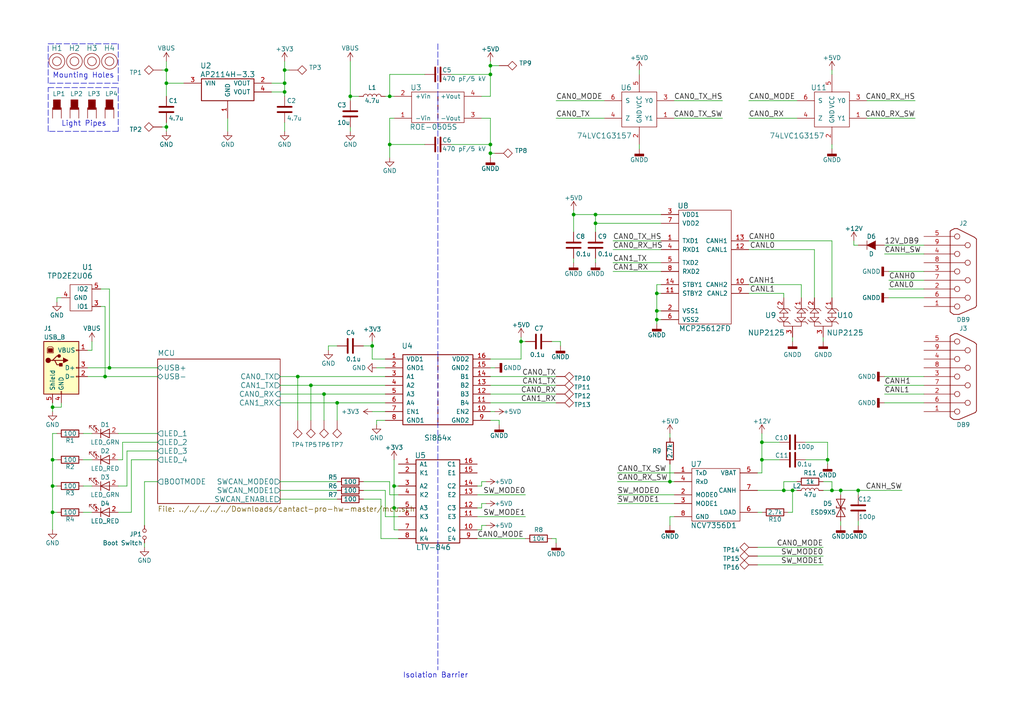
<source format=kicad_sch>
(kicad_sch (version 20231120) (generator "eeschema") (generator_version "8.0")
  (paper "A4")
  (title_block (title "CANtact FD") (rev "A") (company "Linklayer Labs") (comment 2 "CC BY-SA 4.0"))
  (junction (at 229.87 142.24))
  (junction (at 82.55 20.32))
  (junction (at 114.3 140.97))
  (junction (at 113.03 27.94))
  (junction (at 31.75 106.68))
  (junction (at 30.48 109.22))
  (junction (at 241.3 142.24))
  (junction (at 114.3 147.32))
  (junction (at 86.36 109.22))
  (junction (at 142.24 21.59))
  (junction (at 248.92 142.24))
  (junction (at 82.55 26.67))
  (junction (at 97.79 116.84))
  (junction (at 15.24 148.59))
  (junction (at 142.24 19.05))
  (junction (at 93.98 114.3))
  (junction (at 15.24 133.35))
  (junction (at 190.5 90.17))
  (junction (at 101.6 27.94))
  (junction (at 107.95 100.33))
  (junction (at 172.72 62.23))
  (junction (at 15.24 118.11))
  (junction (at 190.5 85.09))
  (junction (at 240.03 133.35))
  (junction (at 190.5 92.71))
  (junction (at 243.84 142.24))
  (junction (at 48.26 24.13))
  (junction (at 166.37 62.23))
  (junction (at 220.98 128.27))
  (junction (at 90.17 111.76))
  (junction (at 142.24 41.91))
  (junction (at 82.55 24.13))
  (junction (at 113.03 41.91))
  (junction (at 15.24 140.97))
  (junction (at 142.24 44.45))
  (junction (at 151.13 99.06))
  (junction (at 48.26 36.83))
  (junction (at 48.26 20.32))
  (junction (at 220.98 133.35))
  (junction (at 172.72 64.77))
  (junction (at 227.33 142.24))
  (junction (at 194.31 139.7))
  (wire (pts (xy 16.51 125.73) (xy 15.24 125.73)))
  (wire (pts (xy 151.13 97.79) (xy 151.13 99.06)))
  (wire (pts (xy 161.29 29.21) (xy 175.26 29.21)))
  (wire (pts (xy 220.98 125.73) (xy 220.98 128.27)))
  (wire (pts (xy 241.3 20.32) (xy 241.3 21.59)))
  (wire (pts (xy 95.25 101.6) (xy 95.25 100.33)))
  (wire (pts (xy 194.31 152.4) (xy 194.31 149.86)))
  (wire (pts (xy 220.98 133.35) (xy 220.98 137.16)))
  (wire (pts (xy 82.55 20.32) (xy 83.82 20.32)))
  (wire (pts (xy 142.24 121.92) (xy 144.78 121.92)))
  (wire (pts (xy 142.24 119.38) (xy 143.51 119.38)))
  (wire (pts (xy 109.22 123.19) (xy 109.22 121.92)))
  (wire (pts (xy 238.76 139.7) (xy 241.3 139.7)))
  (wire (pts (xy 233.68 128.27) (xy 240.03 128.27)))
  (wire (pts (xy 114.3 140.97) (xy 114.3 147.32)))
  (wire (pts (xy 220.98 137.16) (xy 219.71 137.16)))
  (wire (pts (xy 227.33 139.7) (xy 227.33 142.24)))
  (polyline (pts (xy 13.97 12.7) (xy 34.29 12.7)) (stroke (width 0) (type dash)))
  (wire (pts (xy 227.33 85.09) (xy 227.33 86.36)))
  (wire (pts (xy 172.72 76.2) (xy 172.72 74.93)))
  (wire (pts (xy 114.3 147.32) (xy 114.3 153.67)))
  (wire (pts (xy 26.67 125.73) (xy 24.13 125.73)))
  (wire (pts (xy 179.07 139.7) (xy 194.31 139.7)))
  (wire (pts (xy 15.24 148.59) (xy 15.24 153.67)))
  (wire (pts (xy 151.13 104.14) (xy 142.24 104.14)))
  (wire (pts (xy 142.24 34.29) (xy 142.24 41.91)))
  (wire (pts (xy 256.54 114.3) (xy 267.97 114.3)))
  (wire (pts (xy 109.22 106.68) (xy 111.76 106.68)))
  (wire (pts (xy 105.41 100.33) (xy 107.95 100.33)))
  (wire (pts (xy 105.41 139.7) (xy 113.03 139.7)))
  (wire (pts (xy 113.03 41.91) (xy 123.19 41.91)))
  (wire (pts (xy 248.92 143.51) (xy 248.92 142.24)))
  (wire (pts (xy 142.24 21.59) (xy 130.81 21.59)))
  (wire (pts (xy 46.99 36.83) (xy 48.26 36.83)))
  (wire (pts (xy 161.29 34.29) (xy 175.26 34.29)))
  (wire (pts (xy 17.78 118.11) (xy 17.78 116.84)))
  (wire (pts (xy 113.03 21.59) (xy 113.03 27.94)))
  (wire (pts (xy 81.28 142.24) (xy 97.79 142.24)))
  (wire (pts (xy 172.72 64.77) (xy 191.77 64.77)))
  (wire (pts (xy 194.31 134.62) (xy 194.31 139.7)))
  (wire (pts (xy 48.26 17.78) (xy 48.26 20.32)))
  (wire (pts (xy 48.26 36.83) (xy 48.26 38.1)))
  (polyline (pts (xy 13.97 38.1) (xy 13.97 25.4)) (stroke (width 0) (type dash)))
  (wire (pts (xy 138.43 140.97) (xy 139.7 140.97)))
  (wire (pts (xy 30.48 109.22) (xy 45.72 109.22)))
  (wire (pts (xy 29.21 83.82) (xy 31.75 83.82)))
  (wire (pts (xy 151.13 99.06) (xy 151.13 104.14)))
  (wire (pts (xy 194.31 149.86) (xy 195.58 149.86)))
  (wire (pts (xy 139.7 152.4) (xy 140.97 152.4)))
  (wire (pts (xy 107.95 119.38) (xy 111.76 119.38)))
  (wire (pts (xy 209.55 34.29) (xy 195.58 34.29)))
  (wire (pts (xy 114.3 34.29) (xy 113.03 34.29)))
  (wire (pts (xy 81.28 111.76) (xy 90.17 111.76)))
  (wire (pts (xy 48.26 20.32) (xy 48.26 24.13)))
  (wire (pts (xy 256.54 71.12) (xy 267.97 71.12)))
  (wire (pts (xy 15.24 116.84) (xy 15.24 118.11)))
  (wire (pts (xy 26.67 101.6) (xy 26.67 99.06)))
  (wire (pts (xy 30.48 88.9) (xy 30.48 109.22)))
  (wire (pts (xy 93.98 121.92) (xy 93.98 114.3)))
  (wire (pts (xy 16.51 140.97) (xy 15.24 140.97)))
  (wire (pts (xy 190.5 85.09) (xy 190.5 90.17)))
  (wire (pts (xy 190.5 82.55) (xy 190.5 85.09)))
  (wire (pts (xy 82.55 20.32) (xy 82.55 24.13)))
  (wire (pts (xy 113.03 34.29) (xy 113.03 41.91)))
  (wire (pts (xy 144.78 19.05) (xy 142.24 19.05)))
  (wire (pts (xy 81.28 139.7) (xy 97.79 139.7)))
  (wire (pts (xy 248.92 152.4) (xy 248.92 151.13)))
  (wire (pts (xy 105.41 142.24) (xy 111.76 142.24)))
  (wire (pts (xy 105.41 144.78) (xy 110.49 144.78)))
  (wire (pts (xy 247.65 69.85) (xy 247.65 71.12)))
  (wire (pts (xy 256.54 116.84) (xy 267.97 116.84)))
  (wire (pts (xy 142.24 27.94) (xy 139.7 27.94)))
  (wire (pts (xy 265.43 34.29) (xy 251.46 34.29)))
  (wire (pts (xy 101.6 17.78) (xy 101.6 27.94)))
  (wire (pts (xy 34.29 148.59) (xy 38.1 148.59)))
  (wire (pts (xy 231.14 139.7) (xy 227.33 139.7)))
  (polyline (pts (xy 13.97 25.4) (xy 34.29 25.4)) (stroke (width 0) (type dash)))
  (wire (pts (xy 161.29 116.84) (xy 142.24 116.84)))
  (wire (pts (xy 34.29 125.73) (xy 45.72 125.73)))
  (wire (pts (xy 41.91 152.4) (xy 41.91 139.7)))
  (wire (pts (xy 256.54 109.22) (xy 267.97 109.22)))
  (wire (pts (xy 101.6 27.94) (xy 101.6 29.21)))
  (wire (pts (xy 219.71 161.29) (xy 238.76 161.29)))
  (wire (pts (xy 166.37 62.23) (xy 172.72 62.23)))
  (wire (pts (xy 35.56 128.27) (xy 45.72 128.27)))
  (wire (pts (xy 97.79 121.92) (xy 97.79 116.84)))
  (wire (pts (xy 257.81 81.28) (xy 267.97 81.28)))
  (wire (pts (xy 15.24 118.11) (xy 15.24 119.38)))
  (wire (pts (xy 26.67 133.35) (xy 24.13 133.35)))
  (wire (pts (xy 152.4 99.06) (xy 151.13 99.06)))
  (wire (pts (xy 229.87 99.06) (xy 229.87 97.79)))
  (wire (pts (xy 144.78 121.92) (xy 144.78 123.19)))
  (wire (pts (xy 15.24 118.11) (xy 17.78 118.11)))
  (wire (pts (xy 93.98 114.3) (xy 111.76 114.3)))
  (wire (pts (xy 111.76 27.94) (xy 113.03 27.94)))
  (polyline (pts (xy 34.29 12.7) (xy 34.29 24.13)) (stroke (width 0) (type dash)))
  (wire (pts (xy 243.84 142.24) (xy 248.92 142.24)))
  (wire (pts (xy 114.3 133.35) (xy 114.3 140.97)))
  (wire (pts (xy 107.95 99.06) (xy 107.95 100.33)))
  (wire (pts (xy 86.36 109.22) (xy 111.76 109.22)))
  (wire (pts (xy 177.8 69.85) (xy 191.77 69.85)))
  (wire (pts (xy 142.24 106.68) (xy 143.51 106.68)))
  (wire (pts (xy 24.13 148.59) (xy 26.67 148.59)))
  (wire (pts (xy 139.7 153.67) (xy 139.7 152.4)))
  (wire (pts (xy 25.4 109.22) (xy 30.48 109.22)))
  (wire (pts (xy 114.3 153.67) (xy 115.57 153.67)))
  (wire (pts (xy 139.7 147.32) (xy 139.7 146.05)))
  (wire (pts (xy 110.49 144.78) (xy 110.49 156.21)))
  (wire (pts (xy 34.29 140.97) (xy 36.83 140.97)))
  (wire (pts (xy 36.83 130.81) (xy 45.72 130.81)))
  (wire (pts (xy 81.28 109.22) (xy 86.36 109.22)))
  (wire (pts (xy 160.02 99.06) (xy 162.56 99.06)))
  (wire (pts (xy 15.24 148.59) (xy 16.51 148.59)))
  (wire (pts (xy 25.4 101.6) (xy 26.67 101.6)))
  (wire (pts (xy 161.29 109.22) (xy 142.24 109.22)))
  (wire (pts (xy 90.17 111.76) (xy 111.76 111.76)))
  (wire (pts (xy 95.25 100.33) (xy 97.79 100.33)))
  (wire (pts (xy 191.77 85.09) (xy 190.5 85.09)))
  (wire (pts (xy 238.76 142.24) (xy 241.3 142.24)))
  (wire (pts (xy 267.97 83.82) (xy 257.81 83.82)))
  (wire (pts (xy 109.22 121.92) (xy 111.76 121.92)))
  (wire (pts (xy 166.37 74.93) (xy 166.37 76.2)))
  (wire (pts (xy 232.41 82.55) (xy 232.41 86.36)))
  (wire (pts (xy 48.26 24.13) (xy 53.34 24.13)))
  (wire (pts (xy 82.55 24.13) (xy 78.74 24.13)))
  (wire (pts (xy 139.7 140.97) (xy 139.7 139.7)))
  (wire (pts (xy 194.31 139.7) (xy 195.58 139.7)))
  (wire (pts (xy 36.83 140.97) (xy 36.83 130.81)))
  (wire (pts (xy 113.03 139.7) (xy 113.03 143.51)))
  (wire (pts (xy 123.19 21.59) (xy 113.03 21.59)))
  (wire (pts (xy 172.72 62.23) (xy 172.72 64.77)))
  (polyline (pts (xy 34.29 38.1) (xy 13.97 38.1)) (stroke (width 0) (type dash)))
  (wire (pts (xy 219.71 148.59) (xy 220.98 148.59)))
  (wire (pts (xy 138.43 149.86) (xy 152.4 149.86)))
  (wire (pts (xy 38.1 148.59) (xy 38.1 133.35)))
  (wire (pts (xy 257.81 86.36) (xy 267.97 86.36)))
  (wire (pts (xy 81.28 116.84) (xy 97.79 116.84)))
  (wire (pts (xy 166.37 62.23) (xy 166.37 67.31)))
  (wire (pts (xy 233.68 133.35) (xy 240.03 133.35)))
  (wire (pts (xy 97.79 116.84) (xy 111.76 116.84)))
  (wire (pts (xy 248.92 142.24) (xy 261.62 142.24)))
  (wire (pts (xy 172.72 64.77) (xy 172.72 67.31)))
  (wire (pts (xy 107.95 104.14) (xy 111.76 104.14)))
  (wire (pts (xy 110.49 156.21) (xy 115.57 156.21)))
  (wire (pts (xy 107.95 100.33) (xy 107.95 104.14)))
  (wire (pts (xy 166.37 60.96) (xy 166.37 62.23)))
  (wire (pts (xy 26.67 140.97) (xy 24.13 140.97)))
  (wire (pts (xy 25.4 106.68) (xy 31.75 106.68)))
  (wire (pts (xy 240.03 133.35) (xy 240.03 134.62)))
  (wire (pts (xy 256.54 111.76) (xy 267.97 111.76)))
  (wire (pts (xy 82.55 26.67) (xy 82.55 27.94)))
  (wire (pts (xy 194.31 125.73) (xy 194.31 127)))
  (wire (pts (xy 190.5 92.71) (xy 191.77 92.71)))
  (wire (pts (xy 139.7 139.7) (xy 140.97 139.7)))
  (wire (pts (xy 256.54 73.66) (xy 267.97 73.66)))
  (wire (pts (xy 143.51 44.45) (xy 142.24 44.45)))
  (wire (pts (xy 241.3 69.85) (xy 241.3 86.36)))
  (wire (pts (xy 217.17 29.21) (xy 231.14 29.21)))
  (wire (pts (xy 226.06 133.35) (xy 220.98 133.35)))
  (wire (pts (xy 82.55 17.78) (xy 82.55 20.32)))
  (wire (pts (xy 139.7 146.05) (xy 140.97 146.05)))
  (wire (pts (xy 190.5 90.17) (xy 190.5 92.71)))
  (wire (pts (xy 111.76 142.24) (xy 111.76 149.86)))
  (wire (pts (xy 35.56 128.27) (xy 35.56 133.35)))
  (wire (pts (xy 226.06 128.27) (xy 220.98 128.27)))
  (wire (pts (xy 217.17 34.29) (xy 231.14 34.29)))
  (wire (pts (xy 86.36 121.92) (xy 86.36 109.22)))
  (wire (pts (xy 251.46 29.21) (xy 265.43 29.21)))
  (wire (pts (xy 114.3 147.32) (xy 115.57 147.32)))
  (wire (pts (xy 240.03 128.27) (xy 240.03 133.35)))
  (wire (pts (xy 46.99 20.32) (xy 48.26 20.32)))
  (wire (pts (xy 229.87 142.24) (xy 231.14 142.24)))
  (wire (pts (xy 29.21 88.9) (xy 30.48 88.9)))
  (wire (pts (xy 81.28 114.3) (xy 93.98 114.3)))
  (wire (pts (xy 190.5 92.71) (xy 190.5 93.98)))
  (wire (pts (xy 114.3 140.97) (xy 115.57 140.97)))
  (wire (pts (xy 113.03 41.91) (xy 113.03 45.72)))
  (wire (pts (xy 41.91 157.48) (xy 41.91 158.75)))
  (wire (pts (xy 66.04 38.1) (xy 66.04 34.29)))
  (wire (pts (xy 113.03 27.94) (xy 114.3 27.94)))
  (wire (pts (xy 31.75 83.82) (xy 31.75 106.68)))
  (wire (pts (xy 220.98 128.27) (xy 220.98 133.35)))
  (wire (pts (xy 217.17 69.85) (xy 241.3 69.85)))
  (wire (pts (xy 82.55 24.13) (xy 82.55 26.67)))
  (wire (pts (xy 195.58 29.21) (xy 209.55 29.21)))
  (wire (pts (xy 130.81 41.91) (xy 142.24 41.91)))
  (wire (pts (xy 217.17 85.09) (xy 227.33 85.09)))
  (wire (pts (xy 160.02 156.21) (xy 161.29 156.21)))
  (wire (pts (xy 142.24 41.91) (xy 142.24 44.45)))
  (wire (pts (xy 217.17 72.39) (xy 236.22 72.39)))
  (wire (pts (xy 138.43 143.51) (xy 152.4 143.51)))
  (wire (pts (xy 15.24 140.97) (xy 15.24 148.59)))
  (wire (pts (xy 238.76 158.75) (xy 219.71 158.75)))
  (wire (pts (xy 111.76 149.86) (xy 115.57 149.86)))
  (wire (pts (xy 35.56 133.35) (xy 34.29 133.35)))
  (wire (pts (xy 191.77 72.39) (xy 177.8 72.39)))
  (wire (pts (xy 16.51 133.35) (xy 15.24 133.35)))
  (wire (pts (xy 191.77 82.55) (xy 190.5 82.55)))
  (wire (pts (xy 48.26 35.56) (xy 48.26 36.83)))
  (wire (pts (xy 236.22 72.39) (xy 236.22 86.36)))
  (wire (pts (xy 219.71 163.83) (xy 238.76 163.83)))
  (wire (pts (xy 247.65 71.12) (xy 248.92 71.12)))
  (wire (pts (xy 241.3 142.24) (xy 243.84 142.24)))
  (wire (pts (xy 243.84 152.4) (xy 243.84 151.13)))
  (wire (pts (xy 31.75 106.68) (xy 45.72 106.68)))
  (wire (pts (xy 78.74 26.67) (xy 82.55 26.67)))
  (wire (pts (xy 241.3 43.18) (xy 241.3 41.91)))
  (wire (pts (xy 190.5 90.17) (xy 191.77 90.17)))
  (polyline (pts (xy 34.29 25.4) (xy 34.29 38.1)) (stroke (width 0) (type dash)))
  (wire (pts (xy 48.26 24.13) (xy 48.26 27.94)))
  (wire (pts (xy 113.03 143.51) (xy 115.57 143.51)))
  (wire (pts (xy 229.87 142.24) (xy 229.87 148.59)))
  (wire (pts (xy 257.81 78.74) (xy 267.97 78.74)))
  (wire (pts (xy 195.58 143.51) (xy 179.07 143.51)))
  (wire (pts (xy 229.87 148.59) (xy 228.6 148.59)))
  (wire (pts (xy 142.24 114.3) (xy 161.29 114.3)))
  (wire (pts (xy 16.51 86.36) (xy 17.78 86.36)))
  (wire (pts (xy 142.24 44.45) (xy 142.24 45.72)))
  (wire (pts (xy 243.84 143.51) (xy 243.84 142.24)))
  (wire (pts (xy 81.28 144.78) (xy 97.79 144.78)))
  (wire (pts (xy 161.29 156.21) (xy 161.29 157.48)))
  (polyline (pts (xy 13.97 24.13) (xy 13.97 12.7)) (stroke (width 0) (type dash)))
  (wire (pts (xy 227.33 142.24) (xy 229.87 142.24)))
  (wire (pts (xy 142.24 17.78) (xy 142.24 19.05)))
  (wire (pts (xy 15.24 133.35) (xy 15.24 140.97)))
  (wire (pts (xy 90.17 121.92) (xy 90.17 111.76)))
  (wire (pts (xy 219.71 142.24) (xy 227.33 142.24)))
  (wire (pts (xy 177.8 76.2) (xy 191.77 76.2)))
  (wire (pts (xy 139.7 34.29) (xy 142.24 34.29)))
  (wire (pts (xy 41.91 139.7) (xy 45.72 139.7)))
  (wire (pts (xy 16.51 86.36) (xy 16.51 87.63)))
  (wire (pts (xy 179.07 137.16) (xy 195.58 137.16)))
  (wire (pts (xy 161.29 111.76) (xy 142.24 111.76)))
  (polyline (pts (xy 34.29 24.13) (xy 13.97 24.13)) (stroke (width 0) (type dash)))
  (wire (pts (xy 15.24 125.73) (xy 15.24 133.35)))
  (wire (pts (xy 172.72 62.23) (xy 191.77 62.23)))
  (wire (pts (xy 138.43 147.32) (xy 139.7 147.32)))
  (wire (pts (xy 101.6 27.94) (xy 104.14 27.94)))
  (wire (pts (xy 179.07 146.05) (xy 195.58 146.05)))
  (wire (pts (xy 162.56 99.06) (xy 162.56 100.33)))
  (wire (pts (xy 142.24 19.05) (xy 142.24 21.59)))
  (wire (pts (xy 185.42 43.18) (xy 185.42 41.91)))
  (wire (pts (xy 82.55 38.1) (xy 82.55 35.56)))
  (wire (pts (xy 217.17 82.55) (xy 232.41 82.55)))
  (wire (pts (xy 191.77 78.74) (xy 177.8 78.74)))
  (wire (pts (xy 241.3 139.7) (xy 241.3 142.24)))
  (wire (pts (xy 101.6 36.83) (xy 101.6 38.1)))
  (wire (pts (xy 185.42 20.32) (xy 185.42 21.59)))
  (wire (pts (xy 138.43 153.67) (xy 139.7 153.67)))
  (wire (pts (xy 138.43 156.21) (xy 152.4 156.21)))
  (wire (pts (xy 38.1 133.35) (xy 45.72 133.35)))
  (wire (pts (xy 238.76 99.06) (xy 238.76 97.79)))
  (wire (pts (xy 142.24 21.59) (xy 142.24 27.94)))
  (polyline (pts (xy 127 12.7) (xy 127 194.31)) (stroke (width 0) (type dash)))
  (text "Isolation Barrier" (at 116.84 196.85 0) (effects (font (size 1.524 1.524)) (justify left bottom)))
  (text "Mounting Holes" (at 15.24 22.86 0) (effects (font (size 1.524 1.524)) (justify left bottom)))
  (text "Light Pipes" (at 17.78 36.83 0) (effects (font (size 1.524 1.524)) (justify left bottom)))
  (label "CAN0_TX_HS" (at 177.8 69.85 0) (effects (font (size 1.524 1.524))))
  (label "CANH_SW" (at 256.54 73.66 0) (effects (font (size 1.524 1.524))))
  (label "CANL1" (at 256.54 114.3 0) (effects (font (size 1.524 1.524))))
  (label "CANL1" (at 224.79 85.09 180) (effects (font (size 1.524 1.524))))
  (label "SW_MODE1" (at 179.07 146.05 0) (effects (font (size 1.524 1.524))))
  (label "CANH1" (at 256.54 111.76 0) (effects (font (size 1.524 1.524))))
  (label "CAN0_RX_SW" (at 179.07 139.7 0) (effects (font (size 1.524 1.524))))
  (label "CAN0_RX" (at 161.29 114.3 180) (effects (font (size 1.524 1.524))))
  (label "CAN1_RX" (at 161.29 116.84 180) (effects (font (size 1.524 1.524))))
  (label "CANH0" (at 257.81 81.28 0) (effects (font (size 1.524 1.524))))
  (label "CAN0_TX_SW" (at 209.55 34.29 180) (effects (font (size 1.524 1.524))))
  (label "CAN0_RX_HS" (at 177.8 72.39 0) (effects (font (size 1.524 1.524))))
  (label "CAN0_TX" (at 161.29 34.29 0) (effects (font (size 1.524 1.524))))
  (label "SW_MODE1" (at 238.76 163.83 180) (effects (font (size 1.524 1.524))))
  (label "CAN0_MODE" (at 217.17 29.21 0) (effects (font (size 1.524 1.524))))
  (label "SW_MODE0" (at 152.4 143.51 180) (effects (font (size 1.524 1.524))))
  (label "CAN0_TX" (at 161.29 109.22 180) (effects (font (size 1.524 1.524))))
  (label "CAN1_TX" (at 177.8 76.2 0) (effects (font (size 1.524 1.524))))
  (label "CAN0_TX_SW" (at 179.07 137.16 0) (effects (font (size 1.524 1.524))))
  (label "CANH_SW" (at 261.62 142.24 180) (effects (font (size 1.524 1.524))))
  (label "CANH1" (at 224.79 82.55 180) (effects (font (size 1.524 1.524))))
  (label "SW_MODE0" (at 179.07 143.51 0) (effects (font (size 1.524 1.524))))
  (label "12V_DB9" (at 256.54 71.12 0) (effects (font (size 1.524 1.524))))
  (label "SW_MODE1" (at 152.4 149.86 180) (effects (font (size 1.524 1.524))))
  (label "CANL0" (at 224.79 72.39 180) (effects (font (size 1.524 1.524))))
  (label "CAN0_MODE" (at 161.29 29.21 0) (effects (font (size 1.524 1.524))))
  (label "CAN0_MODE" (at 238.76 158.75 180) (effects (font (size 1.524 1.524))))
  (label "CANH0" (at 224.79 69.85 180) (effects (font (size 1.524 1.524))))
  (label "CAN0_RX_SW" (at 265.43 34.29 180) (effects (font (size 1.524 1.524))))
  (label "CANL0" (at 257.81 83.82 0) (effects (font (size 1.524 1.524))))
  (label "CAN0_RX_HS" (at 265.43 29.21 180) (effects (font (size 1.524 1.524))))
  (label "CAN1_TX" (at 161.29 111.76 180) (effects (font (size 1.524 1.524))))
  (label "CAN0_MODE" (at 138.43 156.21 0) (effects (font (size 1.524 1.524))))
  (label "CAN0_TX_HS" (at 209.55 29.21 180) (effects (font (size 1.524 1.524))))
  (label "CAN1_RX" (at 177.8 78.74 0) (effects (font (size 1.524 1.524))))
  (label "SW_MODE0" (at 238.76 161.29 180) (effects (font (size 1.524 1.524))))
  (label "CAN0_RX" (at 217.17 34.29 0) (effects (font (size 1.524 1.524))))
  (symbol (lib_id "cantactpro:MCP25612FD") (at 204.47 76.2 0) (unit 1)
    (property "Reference" "U8" (at 198.12 59.69 0) (effects (font (size 1.524 1.524))))
    (property "Value" "MCP25612FD" (at 204.47 95.25 0) (effects (font (size 1.524 1.524))))
    (property "Footprint" "Housings_SOIC:SOIC-14_3.9x8.7mm_Pitch1.27mm" (effects (hide yes)))
    (property "MPN" "MCP25612FD-H/SL" (effects (hide yes)))
    (property "DKPN" "MCP25612FD-H/SL-ND" (effects (hide yes)))
  )
  (symbol (lib_id "cantactpro:NCV7356D1") (at 207.01 144.78 0) (unit 1)
    (property "Reference" "U7" (at 201.93 134.62 0) (effects (font (size 1.524 1.524))))
    (property "Value" "NCV7356D1" (at 207.01 152.4 0) (effects (font (size 1.524 1.524))))
    (property "Footprint" "Housings_SOIC:SOIC-8_3.9x4.9mm_Pitch1.27mm" (effects (hide yes)))
    (property "MPN" "NCV7356D1R2G" (effects (hide yes)))
    (property "DKPN" "NCV7356D1R2GOSCT-ND" (effects (hide yes)))
  )
  (symbol (lib_id "cantactpro-rescue:C-device") (at 172.72 71.12 0) (unit 1)
    (property "Reference" "C9" (at 173.355 68.58 0) (effects (justify left)))
    (property "Value" "0.1u" (at 173.355 73.66 0) (effects (justify left)))
    (property "Footprint" "Capacitors_SMD:C_0603" (effects (hide yes)))
    (property "MPN" "CL10F104ZO8NNNC" (effects (hide yes)))
    (property "DKPN" "311-1343-6-ND" (effects (hide yes)))
  )
  (symbol (lib_id "cantactpro-rescue:C-device") (at 166.37 71.12 0) (unit 1)
    (property "Reference" "C8" (at 167.005 68.58 0) (effects (justify left)))
    (property "Value" "0.1u" (at 167.005 73.66 0) (effects (justify left)))
    (property "Footprint" "Capacitors_SMD:C_0603" (effects (hide yes)))
    (property "MPN" "CL10F104ZO8NNNC" (effects (hide yes)))
    (property "DKPN" "311-1343-6-ND" (effects (hide yes)))
  )
  (symbol (lib_id "cantactpro-rescue:LED-RESCUE-cantactpro") (at 30.48 125.73 0) (mirror x) (unit 1)
    (property "Reference" "D1" (at 30.48 123.19 0))
    (property "Value" "LED_GRN" (at 30.48 128.27 0))
    (property "Footprint" "LEDs:LED_0603" (effects (hide yes)))
    (property "MPN" "LTST-S270KGKT" (effects (hide yes)))
    (property "DKPN" "160-1478-1-ND" (effects (hide yes)))
  )
  (symbol (lib_id "cantactpro-rescue:LED-RESCUE-cantactpro") (at 30.48 133.35 0) (mirror x) (unit 1)
    (property "Reference" "D2" (at 30.48 130.81 0))
    (property "Value" "LED_RED" (at 30.48 135.89 0))
    (property "Footprint" "LEDs:LED_0603" (effects (hide yes)))
    (property "MPN" "LTST-S270KRKT" (effects (hide yes)))
    (property "DKPN" "160-1479-1-ND" (effects (hide yes)))
  )
  (symbol (lib_id "cantactpro-rescue:R-device") (at 20.32 125.73 90) (mirror x) (unit 1)
    (property "Reference" "R1" (at 20.32 127.762 90))
    (property "Value" "100" (at 20.32 125.73 90))
    (property "Footprint" "Resistors_SMD:R_0603" (effects (hide yes)))
    (property "MPN" "ESR03EZPJ102" (effects (hide yes)))
    (property "DKPN" "311-100GRCT-ND" (effects (hide yes)))
  )
  (symbol (lib_id "cantactpro-rescue:GND-power") (at 15.24 153.67 0) (mirror y) (unit 1)
    (property "Reference" "#PWR02" (effects (hide yes)))
    (property "Value" "GND" (at 15.24 157.48 0))
  )
  (symbol (lib_id "cantactpro-rescue:USB_B-RESCUE-cantactpro") (at 17.78 106.68 0) (unit 1)
    (property "Reference" "J1" (at 12.7 95.25 0) (effects (justify left)))
    (property "Value" "USB_B" (at 12.7 97.79 0) (effects (justify left)))
    (property "Footprint" "Connectors:USB_B" (effects (hide yes)))
    (property "MPN" "USB-B1HSB6" (effects (hide yes)))
    (property "DKPN" "ED2983-ND" (effects (hide yes)))
  )
  (symbol (lib_id "cantactpro-rescue:Jumper_NO_Small-device") (at 41.91 154.94 270) (unit 1)
    (property "Reference" "JP1" (at 39.37 154.94 90))
    (property "Value" "Boot Switch" (at 35.56 157.48 90))
    (property "Footprint" "cantactpro:TE_1825027-5" (effects (hide yes)))
    (property "MPN" "1825027-5" (effects (hide yes)))
    (property "DKPN" "450-1662-ND" (effects (hide yes)))
  )
  (symbol (lib_id "cantactpro-rescue:GND-power") (at 41.91 158.75 0) (unit 1)
    (property "Reference" "#PWR05" (effects (hide yes)))
    (property "Value" "GND" (at 41.91 162.56 0))
  )
  (symbol (lib_id "cantactpro-rescue:VBUS") (at 26.67 99.06 0) (unit 1)
    (property "Reference" "#PWR04" (effects (hide yes)))
    (property "Value" "VBUS" (at 26.67 95.25 0))
  )
  (symbol (lib_id "cantactpro-rescue:GND-power") (at 15.24 119.38 0) (unit 1)
    (property "Reference" "#PWR01" (effects (hide yes)))
    (property "Value" "GND" (at 15.24 123.19 0))
  )
  (symbol (lib_id "cantactpro:ROE") (at 127 31.75 0) (unit 1)
    (property "Reference" "U3" (at 120.65 25.4 0) (effects (font (size 1.524 1.524))))
    (property "Value" "ROE-0505S" (at 125.73 36.83 0) (effects (font (size 1.524 1.524))))
    (property "Footprint" "cantactpro:ROE-0505S" (effects (hide yes)))
    (property "MPN" "ROE-0505S" (effects (hide yes)))
    (property "DKPN" "945-1655-5-ND" (effects (hide yes)))
  )
  (symbol (lib_id "cantactpro-rescue:C-device") (at 101.6 33.02 0) (unit 1)
    (property "Reference" "C3" (at 97.79 30.48 0) (effects (justify left)))
    (property "Value" "10u" (at 97.79 35.56 0) (effects (justify left)))
    (property "Footprint" "Capacitors_SMD:C_0805" (effects (hide yes)))
    (property "MPN" "CL21A106KPFNNNG" (effects (hide yes)))
    (property "DKPN" "1276-6456-1-ND" (effects (hide yes)))
  )
  (symbol (lib_id "cantactpro-rescue:GND-power") (at 101.6 38.1 0) (unit 1)
    (property "Reference" "#PWR013" (effects (hide yes)))
    (property "Value" "GND" (at 101.6 41.91 0))
  )
  (symbol (lib_id "cantactpro-rescue:GND-power") (at 113.03 45.72 0) (unit 1)
    (property "Reference" "#PWR018" (effects (hide yes)))
    (property "Value" "GND" (at 113.03 49.53 0))
  )
  (symbol (lib_id "cantactpro-rescue:C-device") (at 127 21.59 270) (unit 1)
    (property "Reference" "C5" (at 128.27 20.32 90) (effects (justify left)))
    (property "Value" "470 pF/5 kV" (at 128.27 22.86 90) (effects (justify left)))
    (property "Footprint" "Capacitors_SMD:C_1812" (effects (hide yes)))
    (property "MPN" "202S43W471KV4E" (effects (hide yes)))
    (property "DKPN" "720-1555-1-ND" (effects (hide yes)))
  )
  (symbol (lib_id "cantactpro-rescue:GNDD-power") (at 142.24 45.72 0) (unit 1)
    (property "Reference" "#PWR024" (effects (hide yes)))
    (property "Value" "GNDD" (at 142.24 48.895 0))
  )
  (symbol (lib_id "cantactpro-rescue:L") (at 107.95 27.94 90) (unit 1)
    (property "Reference" "L1" (at 107.95 25.4 90))
    (property "Value" "4.7u" (at 107.95 29.21 90))
    (property "Footprint" "Inductors_SMD:L_0805" (effects (hide yes)))
    (property "MPN" "LQM21PN4R7NGRD" (effects (hide yes)))
    (property "DKPN" "490-7782-1-ND" (effects (hide yes)))
  )
  (symbol (lib_id "cantactpro-rescue:VBUS") (at 101.6 17.78 0) (unit 1)
    (property "Reference" "#PWR012" (effects (hide yes)))
    (property "Value" "VBUS" (at 101.6 13.97 0))
  )
  (symbol (lib_id "cantactpro-rescue:GND-power") (at 109.22 123.19 0) (unit 1)
    (property "Reference" "#PWR017" (effects (hide yes)))
    (property "Value" "GND" (at 109.22 127 0))
  )
  (symbol (lib_id "cantactpro-rescue:+3.3V-power") (at 107.95 99.06 0) (unit 1)
    (property "Reference" "#PWR014" (effects (hide yes)))
    (property "Value" "+3V3" (at 107.95 95.504 0))
  )
  (symbol (lib_id "cantactpro-rescue:GND-power") (at 95.25 101.6 0) (unit 1)
    (property "Reference" "#PWR011" (effects (hide yes)))
    (property "Value" "GND" (at 95.25 105.41 0))
  )
  (symbol (lib_id "cantactpro-rescue:+5VD-power") (at 142.24 17.78 0) (unit 1)
    (property "Reference" "#PWR023" (effects (hide yes)))
    (property "Value" "+5VD" (at 142.24 14.224 0))
  )
  (symbol (lib_id "cantactpro-rescue:GNDD-power") (at 190.5 93.98 0) (unit 1)
    (property "Reference" "#PWR036" (effects (hide yes)))
    (property "Value" "GNDD" (at 190.5 97.155 0))
  )
  (symbol (lib_id "cantactpro-rescue:GNDD-power") (at 194.31 152.4 0) (unit 1)
    (property "Reference" "#PWR038" (effects (hide yes)))
    (property "Value" "GNDD" (at 194.31 155.575 0))
  )
  (symbol (lib_id "cantactpro-rescue:GNDD-power") (at 144.78 123.19 0) (unit 1)
    (property "Reference" "#PWR027" (effects (hide yes)))
    (property "Value" "GNDD" (at 144.78 126.365 0))
  )
  (symbol (lib_id "cantactpro-rescue:+5VD-power") (at 151.13 97.79 0) (unit 1)
    (property "Reference" "#PWR028" (effects (hide yes)))
    (property "Value" "+5VD" (at 151.13 94.234 0))
  )
  (symbol (lib_id "cantactpro-rescue:GNDD-power") (at 162.56 100.33 0) (unit 1)
    (property "Reference" "#PWR030" (effects (hide yes)))
    (property "Value" "GNDD" (at 162.56 103.505 0))
  )
  (symbol (lib_id "cantactpro-rescue:+5VD-power") (at 140.97 139.7 270) (unit 1)
    (property "Reference" "#PWR020" (effects (hide yes)))
    (property "Value" "+5VD" (at 146.05 139.7 90))
  )
  (symbol (lib_id "cantactpro-rescue:+5VD-power") (at 140.97 146.05 270) (unit 1)
    (property "Reference" "#PWR021" (effects (hide yes)))
    (property "Value" "+5VD" (at 146.05 146.05 90))
  )
  (symbol (lib_id "cantactpro-rescue:+5VD-power") (at 140.97 152.4 270) (unit 1)
    (property "Reference" "#PWR022" (effects (hide yes)))
    (property "Value" "+5VD" (at 146.05 152.4 90))
  )
  (symbol (lib_id "cantactpro-rescue:GNDD-power") (at 161.29 157.48 0) (unit 1)
    (property "Reference" "#PWR029" (effects (hide yes)))
    (property "Value" "GNDD" (at 161.29 160.655 0))
  )
  (symbol (lib_id "cantactpro-rescue:VBUS") (at 48.26 17.78 0) (unit 1)
    (property "Reference" "#PWR06" (effects (hide yes)))
    (property "Value" "VBUS" (at 48.26 13.97 0))
  )
  (symbol (lib_id "cantactpro-rescue:+3.3V-power") (at 82.55 17.78 0) (unit 1)
    (property "Reference" "#PWR09" (effects (hide yes)))
    (property "Value" "+3V3" (at 82.55 14.224 0))
  )
  (symbol (lib_id "cantactpro-rescue:LED-RESCUE-cantactpro") (at 30.48 140.97 0) (mirror x) (unit 1)
    (property "Reference" "D3" (at 30.48 138.43 0))
    (property "Value" "LED_GRN" (at 30.48 143.51 0))
    (property "Footprint" "LEDs:LED_0603" (effects (hide yes)))
    (property "MPN" "LTST-S270KGKT" (effects (hide yes)))
    (property "DKPN" "160-1478-1-ND" (effects (hide yes)))
  )
  (symbol (lib_id "cantactpro-rescue:LED-RESCUE-cantactpro") (at 30.48 148.59 0) (mirror x) (unit 1)
    (property "Reference" "D4" (at 30.48 146.05 0))
    (property "Value" "LED_RED" (at 30.48 151.13 0))
    (property "Footprint" "LEDs:LED_0603" (effects (hide yes)))
    (property "MPN" "LTST-S270KRKT" (effects (hide yes)))
    (property "DKPN" "160-1479-1-ND" (effects (hide yes)))
  )
  (symbol (lib_id "cantactpro-rescue:C-device") (at 156.21 99.06 270) (unit 1)
    (property "Reference" "C7" (at 154.94 95.25 90) (effects (justify left)))
    (property "Value" "0.1u" (at 153.67 102.87 90) (effects (justify left)))
    (property "Footprint" "Capacitors_SMD:C_0603" (effects (hide yes)))
    (property "MPN" "CC0603ZRY5V9BB104" (effects (hide yes)))
    (property "DKPN" "311-1343-6-ND" (effects (hide yes)))
  )
  (symbol (lib_id "cantactpro-rescue:C-device") (at 101.6 100.33 270) (unit 1)
    (property "Reference" "C4" (at 100.33 96.52 90) (effects (justify left)))
    (property "Value" "0.1u" (at 100.33 104.14 90) (effects (justify left)))
    (property "Footprint" "Capacitors_SMD:C_0603" (effects (hide yes)))
    (property "MPN" "CC0603ZRY5V9BB104" (effects (hide yes)))
    (property "DKPN" "311-1343-6-ND" (effects (hide yes)))
  )
  (symbol (lib_id "cantactpro:LTV-846") (at 127 146.05 0) (unit 1)
    (property "Reference" "U5" (at 121.92 132.08 0) (effects (font (size 1.524 1.524))))
    (property "Value" "LTV-846" (at 125.73 158.75 0) (effects (font (size 1.524 1.524))))
    (property "Footprint" "cantactpro:SMD-16" (effects (hide yes)))
    (property "MPN" "LTV-846S" (effects (hide yes)))
    (property "DKPN" "160-1365-5-ND" (effects (hide yes)))
  )
  (symbol (lib_id "cantactpro-rescue:DB9-conn") (at 279.4 78.74 0) (unit 1)
    (property "Reference" "J2" (at 279.4 64.77 0))
    (property "Value" "DB9" (at 279.4 92.71 0))
    (property "Footprint" "cantactpro:LD09P" (effects (hide yes)))
    (property "MPN" "LD09P13A4GX00LF" (effects (hide yes)))
    (property "DKPN" "609-5183-ND" (effects (hide yes)))
  )
  (symbol (lib_id "cantactpro-rescue:DB9-conn") (at 279.4 109.22 0) (unit 1)
    (property "Reference" "J3" (at 279.4 95.25 0))
    (property "Value" "DB9" (at 279.4 123.19 0))
    (property "Footprint" "cantactpro:LD09P" (effects (hide yes)))
    (property "MPN" "LD09P13A4GX00LF" (effects (hide yes)))
    (property "DKPN" "609-5183-ND" (effects (hide yes)))
  )
  (symbol (lib_id "cantactpro:AP2114H") (at 66.04 26.67 0) (unit 1)
    (property "Reference" "U2" (at 59.69 19.05 0) (effects (font (size 1.524 1.524))))
    (property "Value" "AP2114H-3.3" (at 66.04 21.59 0) (effects (font (size 1.524 1.524))))
    (property "Footprint" "TO_SOT_Packages_SMD:SOT-223" (effects (hide yes)))
    (property "MPN" "AP2114H-3.3TRG1" (effects (hide yes)))
    (property "DKPN" "AP2114H-3.3TRG1DICT-ND" (effects (hide yes)))
  )
  (symbol (lib_id "cantactpro-rescue:GND-power") (at 66.04 38.1 0) (unit 1)
    (property "Reference" "#PWR08" (effects (hide yes)))
    (property "Value" "GND" (at 66.04 41.91 0))
  )
  (symbol (lib_id "cantactpro-rescue:C-device") (at 48.26 31.75 0) (unit 1)
    (property "Reference" "C1" (at 48.895 29.21 0) (effects (justify left)))
    (property "Value" "4.7u" (at 48.895 34.29 0) (effects (justify left)))
    (property "Footprint" "Capacitors_SMD:C_0805" (effects (hide yes)))
    (property "MPN" "CL21A475KAQNNNG" (effects (hide yes)))
    (property "DKPN" "1276-6464-1-ND" (effects (hide yes)))
  )
  (symbol (lib_id "cantactpro-rescue:GND-power") (at 48.26 38.1 0) (unit 1)
    (property "Reference" "#PWR07" (effects (hide yes)))
    (property "Value" "GND" (at 48.26 41.91 0))
  )
  (symbol (lib_id "cantactpro-rescue:C-device") (at 82.55 31.75 0) (unit 1)
    (property "Reference" "C2" (at 83.185 29.21 0) (effects (justify left)))
    (property "Value" "4.7u" (at 83.185 34.29 0) (effects (justify left)))
    (property "Footprint" "Capacitors_SMD:C_0805" (effects (hide yes)))
    (property "MPN" "CL21A475KAQNNNG" (effects (hide yes)))
    (property "DKPN" "1276-6464-1-ND" (effects (hide yes)))
  )
  (symbol (lib_id "cantactpro-rescue:GND-power") (at 82.55 38.1 0) (unit 1)
    (property "Reference" "#PWR010" (effects (hide yes)))
    (property "Value" "GND" (at 82.55 41.91 0))
  )
  (symbol (lib_id "cantactpro-rescue:GNDD-power") (at 166.37 76.2 0) (unit 1)
    (property "Reference" "#PWR032" (effects (hide yes)))
    (property "Value" "GNDD" (at 166.37 79.375 0))
  )
  (symbol (lib_id "cantactpro-rescue:+5VD-power") (at 185.42 20.32 0) (unit 1)
    (property "Reference" "#PWR034" (effects (hide yes)))
    (property "Value" "+5VD" (at 185.42 16.764 0))
  )
  (symbol (lib_id "cantactpro-rescue:GNDD-power") (at 185.42 43.18 0) (unit 1)
    (property "Reference" "#PWR035" (effects (hide yes)))
    (property "Value" "GNDD" (at 185.42 46.355 0))
  )
  (symbol (lib_id "cantactpro-rescue:+3.3V-power") (at 114.3 133.35 0) (unit 1)
    (property "Reference" "#PWR019" (effects (hide yes)))
    (property "Value" "+3V3" (at 114.3 129.794 0))
  )
  (symbol (lib_id "cantactpro:TPD2E2U06DRLR") (at 24.13 86.36 270) (mirror x) (unit 1)
    (property "Reference" "U1" (at 25.4 77.47 90) (effects (font (size 1.524 1.524))))
    (property "Value" "TPD2E2U06" (at 20.32 80.01 90) (effects (font (size 1.524 1.524))))
    (property "Footprint" "TO_SOT_Packages_SMD:SOT-553" (effects (hide yes)))
    (property "MPN" "TPD2E2U06DRLR" (effects (hide yes)))
    (property "DKPN" "296-38361-1-ND" (effects (hide yes)))
  )
  (symbol (lib_id "cantactpro-rescue:GND-power") (at 16.51 87.63 0) (unit 1)
    (property "Reference" "#PWR03" (effects (hide yes)))
    (property "Value" "GND" (at 16.51 91.44 0))
  )
  (symbol (lib_id "cantactpro-rescue:R-device") (at 194.31 130.81 0) (unit 1)
    (property "Reference" "R9" (at 190.5 130.81 0))
    (property "Value" "2.7k" (at 194.31 130.81 90))
    (property "Footprint" "Resistors_SMD:R_0603" (effects (hide yes)))
    (property "MPN" "RMCF0603JT2K70" (effects (hide yes)))
    (property "DKPN" "311-2.7KGRCT-ND" (effects (hide yes)))
  )
  (symbol (lib_id "cantactpro-rescue:+5VD-power") (at 194.31 125.73 0) (unit 1)
    (property "Reference" "#PWR037" (effects (hide yes)))
    (property "Value" "+5VD" (at 194.31 122.174 0))
  )
  (symbol (lib_id "cantactpro-rescue:+12V-power") (at 220.98 125.73 0) (unit 1)
    (property "Reference" "#PWR039" (effects (hide yes)))
    (property "Value" "+12V" (at 220.98 122.174 0))
  )
  (symbol (lib_id "cantactpro-rescue:L") (at 234.95 142.24 90) (unit 1)
    (property "Reference" "L2" (at 231.14 140.97 90))
    (property "Value" "47u" (at 234.95 143.51 90))
    (property "Footprint" "Inductors_SMD:L_1206" (effects (hide yes)))
    (property "MPN" "LB3218T470K" (effects (hide yes)))
    (property "DKPN" "587-2037-1-ND" (effects (hide yes)))
  )
  (symbol (lib_id "cantactpro-rescue:R-device") (at 224.79 148.59 270) (unit 1)
    (property "Reference" "R10" (at 224.79 150.622 90))
    (property "Value" "2.7k" (at 224.79 148.59 90))
    (property "Footprint" "Resistors_SMD:R_0603" (effects (hide yes)))
    (property "MPN" "RMCF0603JT2K70" (effects (hide yes)))
    (property "DKPN" "311-2.7KGRCT-ND" (effects (hide yes)))
  )
  (symbol (lib_id "cantactpro-rescue:C-device") (at 229.87 133.35 270) (unit 1)
    (property "Reference" "C11" (at 224.79 132.08 90) (effects (justify left)))
    (property "Value" "0.1u" (at 231.14 134.62 90) (effects (justify left)))
    (property "Footprint" "Capacitors_SMD:C_0603" (effects (hide yes)))
    (property "MPN" "CC0603ZRY5V9BB104" (effects (hide yes)))
    (property "DKPN" "311-1343-6-ND" (effects (hide yes)))
  )
  (symbol (lib_id "cantactpro-rescue:GNDD-power") (at 240.03 134.62 0) (unit 1)
    (property "Reference" "#PWR041" (effects (hide yes)))
    (property "Value" "GNDD" (at 240.03 137.795 0))
  )
  (symbol (lib_id "cantactpro-rescue:D_TVS") (at 243.84 147.32 270) (unit 1)
    (property "Reference" "D5" (at 240.03 146.05 90))
    (property "Value" "ESD9X5" (at 238.76 148.59 90))
    (property "Footprint" "cantactpro:SOD-923" (effects (hide yes)))
    (property "MPN" "ESD9X5.0ST5G" (effects (hide yes)))
    (property "DKPN" "ESD9X5.0ST5GOSCT-ND" (effects (hide yes)))
  )
  (symbol (lib_id "cantactpro-rescue:GNDD-power") (at 243.84 152.4 0) (unit 1)
    (property "Reference" "#PWR043" (effects (hide yes)))
    (property "Value" "GNDD" (at 243.84 155.575 0))
  )
  (symbol (lib_id "cantactpro-rescue:C-device") (at 248.92 147.32 180) (unit 1)
    (property "Reference" "C12" (at 252.73 144.78 0) (effects (justify left)))
    (property "Value" "100p" (at 254 149.86 0) (effects (justify left)))
    (property "Footprint" "Capacitors_SMD:C_0603" (effects (hide yes)))
    (property "MPN" "885012206077" (effects (hide yes)))
    (property "DKPN" "478-1175-1-ND" (effects (hide yes)))
  )
  (symbol (lib_id "cantactpro-rescue:GNDD-power") (at 248.92 152.4 0) (unit 1)
    (property "Reference" "#PWR046" (effects (hide yes)))
    (property "Value" "GNDD" (at 248.92 155.575 0))
  )
  (symbol (lib_id "cantactpro-rescue:GNDD-power") (at 256.54 109.22 270) (unit 1)
    (property "Reference" "#PWR048" (effects (hide yes)))
    (property "Value" "GNDD" (at 251.46 109.22 90))
  )
  (symbol (lib_id "cantactpro-rescue:GNDD-power") (at 172.72 76.2 0) (unit 1)
    (property "Reference" "#PWR033" (effects (hide yes)))
    (property "Value" "GNDD" (at 172.72 79.375 0))
  )
  (symbol (lib_id "cantactpro-rescue:GNDD-power") (at 257.81 78.74 270) (unit 1)
    (property "Reference" "#PWR049" (effects (hide yes)))
    (property "Value" "GNDD" (at 252.73 78.74 90))
  )
  (symbol (lib_id "cantactpro-rescue:+12V-power") (at 247.65 69.85 0) (unit 1)
    (property "Reference" "#PWR047" (effects (hide yes)))
    (property "Value" "+12V" (at 247.65 66.294 0))
  )
  (symbol (lib_id "cantactpro-rescue:D-device") (at 252.73 71.12 0) (unit 1)
    (property "Reference" "D6" (at 252.73 68.58 0))
    (property "Value" "D" (at 252.73 73.66 0))
    (property "Footprint" "Diodes_SMD:D_SMA" (effects (hide yes)))
    (property "MPN" "S1G" (effects (hide yes)))
    (property "DKPN" "S1GFSCT-ND" (effects (hide yes)))
  )
  (symbol (lib_id "cantactpro-rescue:C-device") (at 229.87 128.27 90) (unit 1)
    (property "Reference" "C10" (at 228.6 127 90) (effects (justify left)))
    (property "Value" "100p" (at 236.22 129.54 90) (effects (justify left)))
    (property "Footprint" "Capacitors_SMD:C_0603" (effects (hide yes)))
    (property "MPN" "885012206077" (effects (hide yes)))
    (property "DKPN" "478-1175-1-ND" (effects (hide yes)))
  )
  (symbol (lib_id "cantactpro-rescue:R-device") (at 20.32 133.35 90) (mirror x) (unit 1)
    (property "Reference" "R2" (at 20.32 135.382 90))
    (property "Value" "100" (at 20.32 133.35 90))
    (property "Footprint" "Resistors_SMD:R_0603" (effects (hide yes)))
    (property "MPN" "ESR03EZPJ102" (effects (hide yes)))
    (property "DKPN" "311-100GRCT-ND" (effects (hide yes)))
  )
  (symbol (lib_id "cantactpro-rescue:R-device") (at 20.32 140.97 90) (mirror x) (unit 1)
    (property "Reference" "R3" (at 20.32 143.002 90))
    (property "Value" "100" (at 20.32 140.97 90))
    (property "Footprint" "Resistors_SMD:R_0603" (effects (hide yes)))
    (property "MPN" "ESR03EZPJ102" (effects (hide yes)))
    (property "DKPN" "311-100GRCT-ND" (effects (hide yes)))
  )
  (symbol (lib_id "cantactpro-rescue:R-device") (at 20.32 148.59 90) (mirror x) (unit 1)
    (property "Reference" "R4" (at 20.32 150.622 90))
    (property "Value" "100" (at 20.32 148.59 90))
    (property "Footprint" "Resistors_SMD:R_0603" (effects (hide yes)))
    (property "MPN" "ESR03EZPJ102" (effects (hide yes)))
    (property "DKPN" "311-100GRCT-ND" (effects (hide yes)))
  )
  (symbol (lib_id "cantactpro-rescue:R-device") (at 101.6 139.7 90) (mirror x) (unit 1)
    (property "Reference" "R5" (at 96.52 138.43 90))
    (property "Value" "100" (at 101.6 139.7 90))
    (property "Footprint" "Resistors_SMD:R_0603" (effects (hide yes)))
    (property "MPN" "ESR03EZPJ102" (effects (hide yes)))
    (property "DKPN" "311-100GRCT-ND" (effects (hide yes)))
  )
  (symbol (lib_id "cantactpro-rescue:R-device") (at 101.6 142.24 90) (mirror x) (unit 1)
    (property "Reference" "R6" (at 96.52 140.97 90))
    (property "Value" "100" (at 101.6 142.24 90))
    (property "Footprint" "Resistors_SMD:R_0603" (effects (hide yes)))
    (property "MPN" "ESR03EZPJ102" (effects (hide yes)))
    (property "DKPN" "311-100GRCT-ND" (effects (hide yes)))
  )
  (symbol (lib_id "cantactpro-rescue:R-device") (at 101.6 144.78 90) (mirror x) (unit 1)
    (property "Reference" "R7" (at 96.52 143.51 90))
    (property "Value" "100" (at 101.6 144.78 90))
    (property "Footprint" "Resistors_SMD:R_0603" (effects (hide yes)))
    (property "MPN" "ESR03EZPJ102" (effects (hide yes)))
    (property "DKPN" "311-100GRCT-ND" (effects (hide yes)))
  )
  (symbol (lib_id "cantactpro-rescue:R-device") (at 156.21 156.21 270) (unit 1)
    (property "Reference" "R8" (at 156.21 153.67 90))
    (property "Value" "10k" (at 156.21 156.21 90))
    (property "Footprint" "Resistors_SMD:R_0603" (effects (hide yes)))
    (property "MPN" "RC0603JR-0710KL" (effects (hide yes)))
    (property "DKPN" "311-10KGRCT-ND" (effects (hide yes)))
  )
  (symbol (lib_id "cantactpro-rescue:R-device") (at 234.95 139.7 270) (unit 1)
    (property "Reference" "R11" (at 234.95 137.16 90))
    (property "Value" "1k" (at 234.95 139.7 90))
    (property "Footprint" "Resistors_SMD:R_0603" (effects (hide yes)))
    (property "MPN" "RC0603JR-071KL" (effects (hide yes)))
    (property "DKPN" "311-1.0KGRCT-ND" (effects (hide yes)))
  )
  (symbol (lib_id "cantactpro:MOUNT_HOLE") (at 16.51 17.78 0) (unit 1)
    (property "Reference" "H1" (at 16.51 13.97 0) (effects (font (size 1.524 1.524))))
    (property "Value" "MOUNT_HOLE" (effects (hide yes)))
    (property "Footprint" "Mounting_Holes:MountingHole_3.2mm_M3" (effects (hide yes)))
  )
  (symbol (lib_id "cantactpro:MOUNT_HOLE") (at 21.59 17.78 0) (unit 1)
    (property "Reference" "H2" (at 21.59 13.97 0) (effects (font (size 1.524 1.524))))
    (property "Value" "MOUNT_HOLE" (effects (hide yes)))
    (property "Footprint" "Mounting_Holes:MountingHole_3.2mm_M3" (effects (hide yes)))
  )
  (symbol (lib_id "cantactpro:MOUNT_HOLE") (at 26.67 17.78 0) (unit 1)
    (property "Reference" "H3" (at 26.67 13.97 0) (effects (font (size 1.524 1.524))))
    (property "Value" "MOUNT_HOLE" (effects (hide yes)))
    (property "Footprint" "Mounting_Holes:MountingHole_3.2mm_M3" (effects (hide yes)))
  )
  (symbol (lib_id "cantactpro:MOUNT_HOLE") (at 31.75 17.78 0) (unit 1)
    (property "Reference" "H4" (at 31.75 13.97 0) (effects (font (size 1.524 1.524))))
    (property "Value" "MOUNT_HOLE" (effects (hide yes)))
    (property "Footprint" "Mounting_Holes:MountingHole_3.2mm_M3" (effects (hide yes)))
  )
  (symbol (lib_id "cantactpro:74LVC1G3157") (at 184.15 26.67 0) (unit 1)
    (property "Reference" "U6" (at 181.61 25.4 0) (effects (font (size 1.524 1.524))))
    (property "Value" "74LVC1G3157" (at 175.26 39.37 0) (effects (font (size 1.524 1.524))))
    (property "Footprint" "TO_SOT_Packages_SMD:SOT-363_SC-70-6" (effects (hide yes)))
    (property "MPN" "SN74LVC1G3157DCKR" (effects (hide yes)))
    (property "DKPN" "296-14909-1-ND" (effects (hide yes)))
  )
  (symbol (lib_id "cantactpro-rescue:+5VD-power") (at 241.3 20.32 0) (unit 1)
    (property "Reference" "#PWR044" (effects (hide yes)))
    (property "Value" "+5VD" (at 241.3 16.764 0))
  )
  (symbol (lib_id "cantactpro-rescue:GNDD-power") (at 241.3 43.18 0) (unit 1)
    (property "Reference" "#PWR045" (effects (hide yes)))
    (property "Value" "GNDD" (at 241.3 46.355 0))
  )
  (symbol (lib_id "cantactpro:74LVC1G3157") (at 240.03 26.67 0) (unit 1)
    (property "Reference" "U11" (at 237.49 25.4 0) (effects (font (size 1.524 1.524))))
    (property "Value" "74LVC1G3157" (at 231.14 39.37 0) (effects (font (size 1.524 1.524))))
    (property "Footprint" "TO_SOT_Packages_SMD:SOT-363_SC-70-6" (effects (hide yes)))
    (property "MPN" "SN74LVC1G3157DCKR" (effects (hide yes)))
    (property "DKPN" "296-14909-1-ND" (effects (hide yes)))
  )
  (symbol (lib_id "cantactpro-rescue:+5VD-power") (at 166.37 60.96 0) (unit 1)
    (property "Reference" "#PWR031" (effects (hide yes)))
    (property "Value" "+5VD" (at 166.37 57.404 0))
  )
  (symbol (lib_id "cantactpro-rescue:TEST-RESCUE-cantactpro") (at 86.36 121.92 180) (unit 1)
    (property "Reference" "TP4" (at 86.36 128.27 0) (effects (justify bottom)))
    (property "Value" "TEST" (effects (hide yes)))
    (property "Footprint" "Measurement_Points:Measurement_Point_Round-TH_Small" (effects (hide yes)))
  )
  (symbol (lib_id "cantactpro-rescue:TEST-RESCUE-cantactpro") (at 90.17 121.92 180) (unit 1)
    (property "Reference" "TP5" (at 90.17 128.27 0) (effects (justify bottom)))
    (property "Value" "TEST" (effects (hide yes)))
    (property "Footprint" "Measurement_Points:Measurement_Point_Round-TH_Small" (effects (hide yes)))
  )
  (symbol (lib_id "cantactpro-rescue:TEST-RESCUE-cantactpro") (at 93.98 121.92 180) (unit 1)
    (property "Reference" "TP6" (at 93.98 128.27 0) (effects (justify bottom)))
    (property "Value" "TEST" (effects (hide yes)))
    (property "Footprint" "Measurement_Points:Measurement_Point_Round-TH_Small" (effects (hide yes)))
  )
  (symbol (lib_id "cantactpro-rescue:TEST-RESCUE-cantactpro") (at 97.79 121.92 180) (unit 1)
    (property "Reference" "TP7" (at 97.79 128.27 0) (effects (justify bottom)))
    (property "Value" "TEST" (effects (hide yes)))
    (property "Footprint" "Measurement_Points:Measurement_Point_Round-TH_Small" (effects (hide yes)))
  )
  (symbol (lib_id "cantactpro-rescue:TEST-RESCUE-cantactpro") (at 83.82 20.32 270) (unit 1)
    (property "Reference" "TP3" (at 91.44 20.32 90) (effects (justify bottom)))
    (property "Value" "TEST" (effects (hide yes)))
    (property "Footprint" "Measurement_Points:Measurement_Point_Round-TH_Small" (effects (hide yes)))
  )
  (symbol (lib_id "cantactpro-rescue:TEST-RESCUE-cantactpro") (at 144.78 19.05 270) (unit 1)
    (property "Reference" "TP9" (at 152.4 19.05 90) (effects (justify bottom)))
    (property "Value" "TEST" (effects (hide yes)))
    (property "Footprint" "Measurement_Points:Measurement_Point_Round-TH_Small" (effects (hide yes)))
  )
  (symbol (lib_id "cantactpro-rescue:TEST-RESCUE-cantactpro") (at 46.99 20.32 90) (unit 1)
    (property "Reference" "TP1" (at 39.37 20.32 90) (effects (justify bottom)))
    (property "Value" "TEST" (effects (hide yes)))
    (property "Footprint" "Measurement_Points:Measurement_Point_Round-TH_Small" (effects (hide yes)))
  )
  (symbol (lib_id "cantactpro-rescue:TEST-RESCUE-cantactpro") (at 219.71 158.75 90) (unit 1)
    (property "Reference" "TP14" (at 212.09 158.75 90) (effects (justify bottom)))
    (property "Value" "TEST" (effects (hide yes)))
    (property "Footprint" "Measurement_Points:Measurement_Point_Round-TH_Small" (effects (hide yes)))
  )
  (symbol (lib_id "cantactpro-rescue:TEST-RESCUE-cantactpro") (at 219.71 161.29 90) (unit 1)
    (property "Reference" "TP15" (at 212.09 161.29 90) (effects (justify bottom)))
    (property "Value" "TEST" (effects (hide yes)))
    (property "Footprint" "Measurement_Points:Measurement_Point_Round-TH_Small" (effects (hide yes)))
  )
  (symbol (lib_id "cantactpro-rescue:TEST-RESCUE-cantactpro") (at 219.71 163.83 90) (unit 1)
    (property "Reference" "TP16" (at 212.09 163.83 90) (effects (justify bottom)))
    (property "Value" "TEST" (effects (hide yes)))
    (property "Footprint" "Measurement_Points:Measurement_Point_Round-TH_Small" (effects (hide yes)))
  )
  (symbol (lib_id "cantactpro-rescue:TEST-RESCUE-cantactpro") (at 161.29 109.22 270) (unit 1)
    (property "Reference" "TP10" (at 168.91 110.49 90) (effects (justify bottom)))
    (property "Value" "TEST" (effects (hide yes)))
    (property "Footprint" "Measurement_Points:Measurement_Point_Round-TH_Small" (effects (hide yes)))
  )
  (symbol (lib_id "cantactpro-rescue:TEST-RESCUE-cantactpro") (at 161.29 111.76 270) (unit 1)
    (property "Reference" "TP11" (at 168.91 113.03 90) (effects (justify bottom)))
    (property "Value" "TEST" (effects (hide yes)))
    (property "Footprint" "Measurement_Points:Measurement_Point_Round-TH_Small" (effects (hide yes)))
  )
  (symbol (lib_id "cantactpro-rescue:TEST-RESCUE-cantactpro") (at 161.29 114.3 270) (unit 1)
    (property "Reference" "TP12" (at 168.91 115.57 90) (effects (justify bottom)))
    (property "Value" "TEST" (effects (hide yes)))
    (property "Footprint" "Measurement_Points:Measurement_Point_Round-TH_Small" (effects (hide yes)))
  )
  (symbol (lib_id "cantactpro-rescue:TEST-RESCUE-cantactpro") (at 161.29 116.84 270) (unit 1)
    (property "Reference" "TP13" (at 168.91 118.11 90) (effects (justify bottom)))
    (property "Value" "TEST" (effects (hide yes)))
    (property "Footprint" "Measurement_Points:Measurement_Point_Round-TH_Small" (effects (hide yes)))
  )
  (symbol (lib_id "cantactpro-rescue:C-device") (at 127 41.91 270) (unit 1)
    (property "Reference" "C6" (at 128.27 40.64 90) (effects (justify left)))
    (property "Value" "470 pF/5 kV" (at 128.27 43.18 90) (effects (justify left)))
    (property "Footprint" "Capacitors_SMD:C_1812" (effects (hide yes)))
    (property "MPN" "202S43W471KV4E" (effects (hide yes)))
    (property "DKPN" "720-1555-1-ND" (effects (hide yes)))
  )
  (symbol (lib_id "cantactpro-rescue:TEMPLATE-device") (at 15.24 34.29 0) (unit 1)
    (property "Reference" "LP1" (at 15.24 27.94 0) (effects (justify left bottom)))
    (property "Value" "Light Pipe" (effects (hide yes)))
    (property "Footprint" "cantactpro:SLP3-150-zzz-x" (effects (hide yes)))
    (property "MPN" "SLP3-150-100-F" (effects (hide yes)))
    (property "DKPN" "492-1510-ND" (effects (hide yes)))
  )
  (symbol (lib_id "cantactpro-rescue:TEMPLATE-device") (at 20.32 34.29 0) (unit 1)
    (property "Reference" "LP2" (at 20.32 27.94 0) (effects (justify left bottom)))
    (property "Value" "Light Pipe" (effects (hide yes)))
    (property "Footprint" "cantactpro:SLP3-150-zzz-x" (effects (hide yes)))
    (property "MPN" "SLP3-150-100-F" (effects (hide yes)))
    (property "DKPN" "492-1510-ND" (effects (hide yes)))
  )
  (symbol (lib_id "cantactpro-rescue:TEMPLATE-device") (at 25.4 34.29 0) (unit 1)
    (property "Reference" "LP3" (at 25.4 27.94 0) (effects (justify left bottom)))
    (property "Value" "Light Pipe" (effects (hide yes)))
    (property "Footprint" "cantactpro:SLP3-150-zzz-x" (effects (hide yes)))
    (property "MPN" "SLP3-150-100-F" (effects (hide yes)))
    (property "DKPN" "492-1510-ND" (effects (hide yes)))
  )
  (symbol (lib_id "cantactpro-rescue:TEMPLATE-device") (at 30.48 34.29 0) (unit 1)
    (property "Reference" "LP4" (at 30.48 27.94 0) (effects (justify left bottom)))
    (property "Value" "Light Pipe" (effects (hide yes)))
    (property "Footprint" "cantactpro:SLP3-150-zzz-x" (effects (hide yes)))
    (property "MPN" "SLP3-150-100-F" (effects (hide yes)))
    (property "DKPN" "492-1510-ND" (effects (hide yes)))
  )
  (symbol (lib_id "cantactpro:Si864x") (at 127 111.76 0) (unit 1)
    (property "Reference" "U4" (at 118.11 100.33 0) (effects (font (size 1.524 1.524))))
    (property "Value" "Si864x" (at 127 127 0) (effects (font (size 1.524 1.524))))
    (property "Footprint" "Housings_SOIC:SOIC-16_3.9x9.9mm_Pitch1.27mm" (effects (hide yes)))
    (property "MPN" "SI8642AB-B-IS1R" (effects (hide yes)))
    (property "DKPN" "336-5213-1-ND" (effects (hide yes)))
  )
  (symbol (lib_id "cantactpro-rescue:GND-power") (at 109.22 106.68 270) (unit 1)
    (property "Reference" "#PWR016" (effects (hide yes)))
    (property "Value" "GND" (at 104.14 106.68 90))
  )
  (symbol (lib_id "cantactpro-rescue:+3.3V-power") (at 107.95 119.38 90) (unit 1)
    (property "Reference" "#PWR015" (effects (hide yes)))
    (property "Value" "+3V3" (at 101.6 119.38 90))
  )
  (symbol (lib_id "cantactpro-rescue:+5VD-power") (at 143.51 119.38 270) (unit 1)
    (property "Reference" "#PWR026" (effects (hide yes)))
    (property "Value" "+5VD" (at 148.59 119.38 90))
  )
  (symbol (lib_id "cantactpro-rescue:GNDD-power") (at 143.51 106.68 90) (unit 1)
    (property "Reference" "#PWR025" (effects (hide yes)))
    (property "Value" "GNDD" (at 148.59 106.68 90))
  )
  (symbol (lib_id "cantactpro-rescue:TEST-RESCUE-cantactpro") (at 143.51 44.45 270) (unit 1)
    (property "Reference" "TP8" (at 151.13 44.45 90) (effects (justify bottom)))
    (property "Value" "TEST" (effects (hide yes)))
    (property "Footprint" "Measurement_Points:Measurement_Point_Round-TH_Small" (effects (hide yes)))
  )
  (symbol (lib_id "cantactpro-rescue:TEST-RESCUE-cantactpro") (at 46.99 36.83 90) (unit 1)
    (property "Reference" "TP2" (at 39.37 36.83 90) (effects (justify bottom)))
    (property "Value" "TEST" (effects (hide yes)))
    (property "Footprint" "Measurement_Points:Measurement_Point_Round-TH_Small" (effects (hide yes)))
  )
  (symbol (lib_id "cantactpro-rescue:GNDD-power") (at 229.87 99.06 0) (unit 1)
    (property "Reference" "#PWR040" (effects (hide yes)))
    (property "Value" "GNDD" (at 229.87 102.87 0))
  )
  (symbol (lib_id "cantactpro:NUP2125") (at 229.87 91.44 270) (unit 1)
    (property "Reference" "U9" (at 223.52 91.44 90) (effects (font (size 1.524 1.524))))
    (property "Value" "NUP2125" (at 222.25 96.52 90) (effects (font (size 1.524 1.524))))
    (property "Footprint" "TO_SOT_Packages_SMD:SC-70" (effects (hide yes)))
    (property "MPN" "NUP2125WTT1G" (effects (hide yes)))
    (property "DKPN" "NUP2125WTT1GOSCT-ND" (effects (hide yes)))
  )
  (symbol (lib_id "cantactpro-rescue:GNDD-power") (at 238.76 99.06 0) (unit 1)
    (property "Reference" "#PWR042" (effects (hide yes)))
    (property "Value" "GNDD" (at 238.76 102.87 0))
  )
  (symbol (lib_id "cantactpro:NUP2125") (at 238.76 91.44 270) (unit 1)
    (property "Reference" "U10" (at 245.11 91.44 90) (effects (font (size 1.524 1.524))))
    (property "Value" "NUP2125" (at 245.11 96.52 90) (effects (font (size 1.524 1.524))))
    (property "Footprint" "TO_SOT_Packages_SMD:SC-70" (effects (hide yes)))
    (property "MPN" "NUP2125WTT1G" (effects (hide yes)))
    (property "DKPN" "NUP2125WTT1GOSCT-ND" (effects (hide yes)))
  )
  (symbol (lib_id "cantactpro-rescue:GNDD-power") (at 257.81 86.36 270) (unit 1)
    (property "Reference" "#PWR?" (effects (hide yes)))
    (property "Value" "GNDD" (at 252.73 86.36 90))
  )
  (symbol (lib_id "cantactpro-rescue:GNDD-power") (at 256.54 116.84 270) (unit 1)
    (property "Reference" "#PWR?" (effects (hide yes)))
    (property "Value" "GNDD" (at 251.46 116.84 90))
  )
  (sheet (at 45.72 104.14) (size 35.56 41.91)
    (property "Sheetname" "MCU" (at 45.72 103.3014 0) (effects (font (size 1.524 1.524)) (justify left bottom)))
    (property "Sheetfile" "../../../../../Downloads/cantact-pro-hw-master/mcu.sch" (at 45.72 146.7362 0) (effects (font (size 1.524 1.524)) (justify left top)))
    (pin "CAN0_RX" input (at 81.28 114.3 0) (effects (font (size 1.524 1.524))))
    (pin "CAN0_TX" output (at 81.28 109.22 0) (effects (font (size 1.524 1.524))))
    (pin "CAN1_RX" input (at 81.28 116.84 0) (effects (font (size 1.524 1.524))))
    (pin "CAN1_TX" output (at 81.28 111.76 0) (effects (font (size 1.524 1.524))))
    (pin "USB+" bidirectional (at 45.72 106.68 180) (effects (font (size 1.524 1.524))))
    (pin "USB-" bidirectional (at 45.72 109.22 180) (effects (font (size 1.524 1.524))))
    (pin "LED_1" output (at 45.72 125.73 180) (effects (font (size 1.524 1.524))))
    (pin "LED_2" output (at 45.72 128.27 180) (effects (font (size 1.524 1.524))))
    (pin "LED_3" output (at 45.72 130.81 180) (effects (font (size 1.524 1.524))))
    (pin "SWCAN_MODE0" output (at 81.28 139.7 0) (effects (font (size 1.524 1.524))))
    (pin "SWCAN_MODE1" output (at 81.28 142.24 0) (effects (font (size 1.524 1.524))))
    (pin "SWCAN_ENABLE" output (at 81.28 144.78 0) (effects (font (size 1.524 1.524))))
    (pin "BOOTMODE" output (at 45.72 139.7 180) (effects (font (size 1.524 1.524))))
    (pin "LED_4" output (at 45.72 133.35 180) (effects (font (size 1.524 1.524))))
  )
)
</source>
